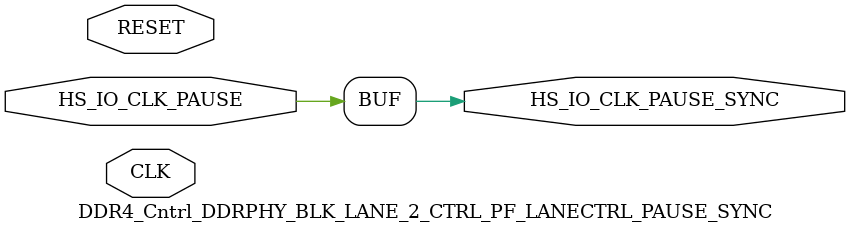
<source format=v>


module DDR4_Cntrl_DDRPHY_BLK_LANE_2_CTRL_PF_LANECTRL_PAUSE_SYNC( CLK, RESET, HS_IO_CLK_PAUSE, HS_IO_CLK_PAUSE_SYNC );
	
	input CLK, RESET, HS_IO_CLK_PAUSE;
	output HS_IO_CLK_PAUSE_SYNC;

	parameter ENABLE_PAUSE_EXTENSION = 2'b00;

	reg pause_reg_0, pause_reg_1, pause;
	wire pause_sync_0_i;

	generate 
		if( ENABLE_PAUSE_EXTENSION == 3'b000 ) begin : feed
			assign HS_IO_CLK_PAUSE_SYNC = HS_IO_CLK_PAUSE;
		end else if( ENABLE_PAUSE_EXTENSION == 3'b001 ) begin : pipe
			(* HS_IO_CLK_PAUSE_SYNC = 1, syn_keep = 1 *) SLE pause_sync_0(
				.CLK( CLK ),
				.D( HS_IO_CLK_PAUSE ),
				.Q( pause_sync_0_i ),
				.LAT( 1'b0 ),
				.EN( 1'b1 ),
				.ALn( ~RESET ),
				.ADn( 1'b1 ),
				.SLn( 1'b1 ),
				.SD( 1'b0 )
				);

			(* HS_IO_CLK_PAUSE_SYNC = 1, syn_keep = 1 *) SLE pause_sync (
				.CLK( CLK ),
				.D( pause_sync_0_i ),
				.Q( HS_IO_CLK_PAUSE_SYNC ),
				.LAT( 1'b0 ),
				.EN( 1'b1 ),
				.ALn( ~RESET ),
				.ADn( 1'b1 ),
				.SLn( 1'b1 ),
				.SD( 1'b0 )
				);
		end else if ( ENABLE_PAUSE_EXTENSION == 3'b010 ) begin : ext_pipe
			always @(posedge CLK or posedge RESET) begin : ext
				if( RESET == 1'b1 ) begin
					pause_reg_0 <= 1'b0;
					pause_reg_1 <= 1'b0;
					pause <= 1'b0;
				end else begin
					pause_reg_0 <= HS_IO_CLK_PAUSE;
					pause_reg_1 <= pause_reg_0;
					if( HS_IO_CLK_PAUSE == 1'b0 && pause_reg_0 ==1'b1 && pause_reg_1 == 1'b0 )
						pause <= 1'b1; // Extend by 1 cycle if the pulse is less than a cycle
					else
						pause <= HS_IO_CLK_PAUSE;
				end
			end

			(* HS_IO_CLK_PAUSE_SYNC = 1, syn_keep = 1 *) SLE pause_sync (
				.CLK( CLK ),
				.D( pause ),
				.Q( HS_IO_CLK_PAUSE_SYNC ),
				.LAT( 1'b0 ),
				.EN( 1'b1 ),
				.ALn( ~RESET ),
				.ADn( 1'b1 ),
				.SLn( 1'b1 ),
				.SD( 1'b0 )
				);
		end else if ( ENABLE_PAUSE_EXTENSION == 3'b011 ) begin : pipe_fall 
			(* HS_IO_CLK_PAUSE_SYNC = 1, syn_keep = 1 *) SLE pause_sync_0 (
				.CLK( CLK ),
				.D( HS_IO_CLK_PAUSE ),
				.Q( pause_sync_0_i ),
				.LAT( 1'b0 ),
				.EN( 1'b1 ),
				.ALn( ~RESET ),
				.ADn( 1'b1 ),
				.SLn( 1'b1 ),
				.SD( 1'b0 )
				);

			(* HS_IO_CLK_PAUSE_SYNC = 1, syn_keep = 1 *) SLE pause_sync (
				.CLK( ~CLK ),
				.D( pause_sync_0_i ),
				.Q( HS_IO_CLK_PAUSE_SYNC ),
				.LAT( 1'b0 ),
				.EN( 1'b1 ),
				.ALn( ~RESET ),
				.ADn( 1'b1 ),
				.SLn( 1'b1 ),
				.SD( 1'b0 )
				);
		end else if ( ENABLE_PAUSE_EXTENSION == 3'b100 ) begin : ext_pipe_fall 
			always @(posedge CLK or posedge RESET) begin : ext
				if( RESET == 1'b1 ) begin
					pause_reg_0 <= 1'b0;
					pause_reg_1 <= 1'b0;
					pause <= 1'b0;
				end else begin
					pause_reg_0 <= HS_IO_CLK_PAUSE;
					pause_reg_1 <= pause_reg_0;
					if( HS_IO_CLK_PAUSE == 1'b0 && pause_reg_0 ==1'b1 && pause_reg_1 == 1'b0 )
						pause <= 1'b1; // Extend by 1 cycle if the pulse is less than a cycle
					else
						pause <= HS_IO_CLK_PAUSE;
				end
			end

			(* HS_IO_CLK_PAUSE_SYNC = 1, syn_keep = 1 *) SLE pause_sync (
				.CLK( ~CLK ),
				.D( pause ),
				.Q( HS_IO_CLK_PAUSE_SYNC ),
				.LAT( 1'b0 ),
				.EN( 1'b1 ),
				.ALn( ~RESET ),
				.ADn( 1'b1 ),
				.SLn( 1'b1 ),
				.SD( 1'b0 )
				);
		end
	endgenerate

endmodule
</source>
